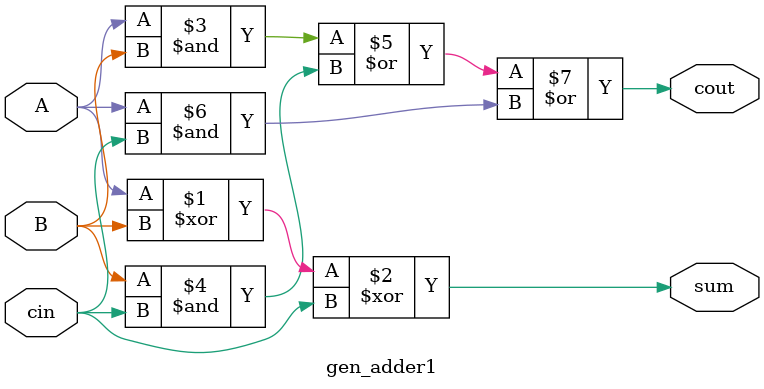
<source format=v>
module carry_select_adder(
    input [3:0] A,    
    input [3:0] B, 
    input cin,       
    output [3:0] sum,
    output cout       
);

wire [3:0] sum0, sum1;
wire cout0, cout1;

gen_adder4 g0(A, B, cin, sum0, cout0);
gen_adder4 g1(A, B, cin, sum1, cout1);

assign sum = (cin == 0) ? sum0 : sum1;
assign cout = (cin == 0) ? cout0 : cout1;

endmodule

module gen_adder4(
    input [3:0] A,    
    input [3:0] B,    
    input cin,        
    output [3:0] sum, 
    output cout       
);

wire [3:0] sum0, sum1;
wire cout0, cout1;

gen_adder1 a0(A[0], B[0], cin, sum0[0], cout0);
gen_adder1 a1(A[1], B[1], cin, sum0[1], cout0);
gen_adder1 a2(A[2], B[2], cin, sum0[2], cout0);
gen_adder1 a3(A[3], B[3], cin, sum0[3], cout0);

gen_adder1 b0(A[0], B[0], cin, sum1[0], cout1);
gen_adder1 b1(A[1], B[1], cin, sum1[1], cout1);
gen_adder1 b2(A[2], B[2], cin, sum1[2], cout1);
gen_adder1 b3(A[3], B[3], cin, sum1[3], cout1);

assign sum = (cin == 0) ? sum0 : sum1;
assign cout = (cin == 0) ? cout0 : cout1;

endmodule

module gen_adder1(
    input A,      
    input B,      
    input cin,    
    output sum,   
    output cout  
);

assign sum = A ^ B ^ cin;
assign cout = (A & B) | (B & cin) | (A & cin);

endmodule


</source>
